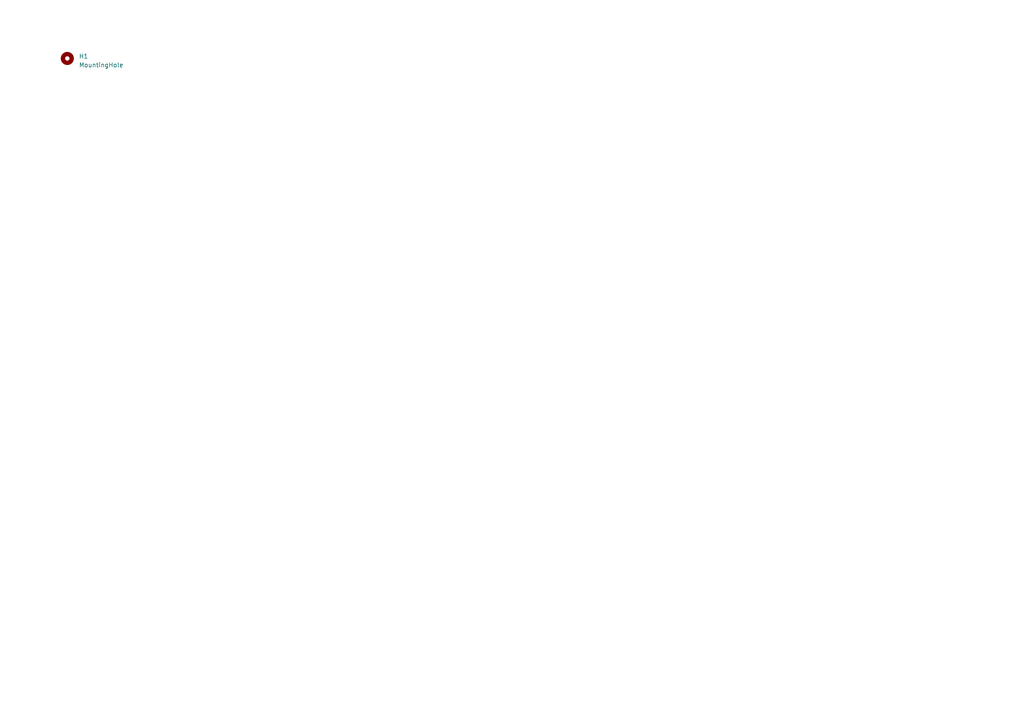
<source format=kicad_sch>
(kicad_sch (version 20230121) (generator eeschema)
  (paper "A4")
  (lib_symbols
    (symbol "Mechanical:MountingHole" (pin_names (offset 1.016))
      (property "Reference" "H" (at 0 5.08 0))
      (property "Value" "MountingHole" (at 0 3.175 0))
      (symbol "MountingHole_0_1"
        (circle (center 0 0) (radius 1.27) (stroke (width 1.27)))
      )
    )
  )
  (symbol (lib_id "Mechanical:MountingHole") (at 19.5224 16.9545 0) (unit 1)
    (property "Reference" "H1" (at 22.86 16.3195 0) (effects (justify left)))
    (property "Value" "MountingHole" (at 22.86 18.8595 0) (effects (justify left)))
    (property "Footprint" "Screen Castellated:Screen Castellated" (effects hide))
  )
)
</source>
